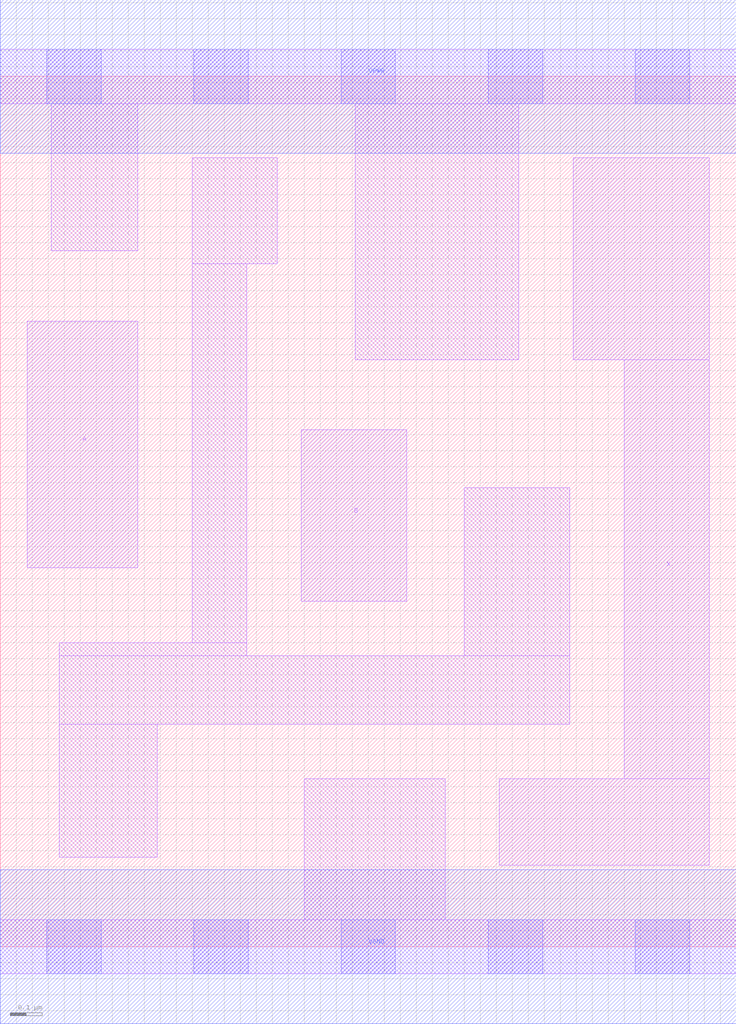
<source format=lef>
# Copyright 2020 The SkyWater PDK Authors
#
# Licensed under the Apache License, Version 2.0 (the "License");
# you may not use this file except in compliance with the License.
# You may obtain a copy of the License at
#
#     https://www.apache.org/licenses/LICENSE-2.0
#
# Unless required by applicable law or agreed to in writing, software
# distributed under the License is distributed on an "AS IS" BASIS,
# WITHOUT WARRANTIES OR CONDITIONS OF ANY KIND, either express or implied.
# See the License for the specific language governing permissions and
# limitations under the License.
#
# SPDX-License-Identifier: Apache-2.0

VERSION 5.7 ;
  NAMESCASESENSITIVE ON ;
  NOWIREEXTENSIONATPIN ON ;
  DIVIDERCHAR "/" ;
  BUSBITCHARS "[]" ;
UNITS
  DATABASE MICRONS 200 ;
END UNITS
MACRO sky130_fd_sc_hd__and2_0
  CLASS CORE ;
  FOREIGN sky130_fd_sc_hd__and2_0 ;
  ORIGIN  0.000000  0.000000 ;
  SIZE  2.300000 BY  2.720000 ;
  SYMMETRY X Y R90 ;
  SITE unithd ;
  PIN A
    ANTENNAGATEAREA  0.126000 ;
    DIRECTION INPUT ;
    USE SIGNAL ;
    PORT
      LAYER li1 ;
        RECT 0.085000 1.185000 0.430000 1.955000 ;
    END
  END A
  PIN B
    ANTENNAGATEAREA  0.126000 ;
    DIRECTION INPUT ;
    USE SIGNAL ;
    PORT
      LAYER li1 ;
        RECT 0.940000 1.080000 1.270000 1.615000 ;
    END
  END B
  PIN X
    ANTENNADIFFAREA  0.280900 ;
    DIRECTION OUTPUT ;
    USE SIGNAL ;
    PORT
      LAYER li1 ;
        RECT 1.560000 0.255000 2.215000 0.525000 ;
        RECT 1.790000 1.835000 2.215000 2.465000 ;
        RECT 1.950000 0.525000 2.215000 1.835000 ;
    END
  END X
  PIN VGND
    DIRECTION INOUT ;
    SHAPE ABUTMENT ;
    USE GROUND ;
    PORT
      LAYER met1 ;
        RECT 0.000000 -0.240000 2.300000 0.240000 ;
    END
  END VGND
  PIN VPWR
    DIRECTION INOUT ;
    SHAPE ABUTMENT ;
    USE POWER ;
    PORT
      LAYER met1 ;
        RECT 0.000000 2.480000 2.300000 2.960000 ;
    END
  END VPWR
  OBS
    LAYER li1 ;
      RECT 0.000000 -0.085000 2.300000 0.085000 ;
      RECT 0.000000  2.635000 2.300000 2.805000 ;
      RECT 0.160000  2.175000 0.430000 2.635000 ;
      RECT 0.185000  0.280000 0.490000 0.695000 ;
      RECT 0.185000  0.695000 1.780000 0.910000 ;
      RECT 0.185000  0.910000 0.770000 0.950000 ;
      RECT 0.600000  0.950000 0.770000 2.135000 ;
      RECT 0.600000  2.135000 0.865000 2.465000 ;
      RECT 0.950000  0.085000 1.390000 0.525000 ;
      RECT 1.110000  1.835000 1.620000 2.635000 ;
      RECT 1.450000  0.910000 1.780000 1.435000 ;
    LAYER mcon ;
      RECT 0.145000 -0.085000 0.315000 0.085000 ;
      RECT 0.145000  2.635000 0.315000 2.805000 ;
      RECT 0.605000 -0.085000 0.775000 0.085000 ;
      RECT 0.605000  2.635000 0.775000 2.805000 ;
      RECT 1.065000 -0.085000 1.235000 0.085000 ;
      RECT 1.065000  2.635000 1.235000 2.805000 ;
      RECT 1.525000 -0.085000 1.695000 0.085000 ;
      RECT 1.525000  2.635000 1.695000 2.805000 ;
      RECT 1.985000 -0.085000 2.155000 0.085000 ;
      RECT 1.985000  2.635000 2.155000 2.805000 ;
  END
END sky130_fd_sc_hd__and2_0
END LIBRARY

</source>
